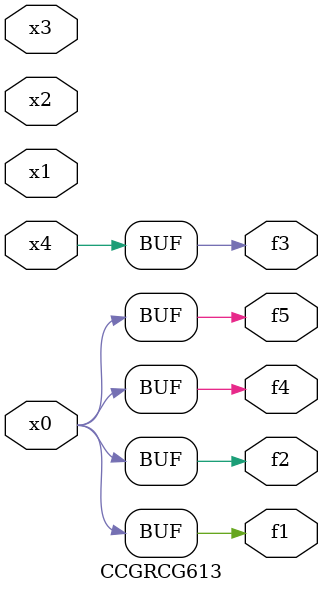
<source format=v>
module CCGRCG613(
	input x0, x1, x2, x3, x4,
	output f1, f2, f3, f4, f5
);
	assign f1 = x0;
	assign f2 = x0;
	assign f3 = x4;
	assign f4 = x0;
	assign f5 = x0;
endmodule

</source>
